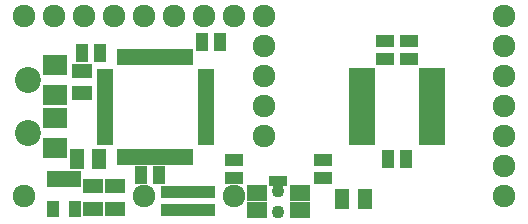
<source format=gbr>
G04 #@! TF.FileFunction,Soldermask,Top*
%FSLAX46Y46*%
G04 Gerber Fmt 4.6, Leading zero omitted, Abs format (unit mm)*
G04 Created by KiCad (PCBNEW 4.0.2+dfsg1-stable) date jeu. 11 mai 2017 22:37:16 CEST*
%MOMM*%
G01*
G04 APERTURE LIST*
%ADD10C,0.100000*%
%ADD11R,1.289000X1.797000*%
%ADD12R,1.797000X1.289000*%
%ADD13R,1.101040X1.400760*%
%ADD14R,1.400000X0.900000*%
%ADD15R,0.900000X1.400000*%
%ADD16R,1.035000X1.543000*%
%ADD17C,1.924000*%
%ADD18R,1.543000X1.035000*%
%ADD19R,2.180540X0.704800*%
%ADD20R,2.180540X0.699720*%
%ADD21C,2.200000*%
%ADD22R,2.100000X1.700000*%
%ADD23R,1.800000X1.450000*%
%ADD24R,1.500000X0.850000*%
%ADD25C,1.100000*%
G04 APERTURE END LIST*
D10*
D11*
X131635500Y-88963500D03*
X133540500Y-88963500D03*
D12*
X134874000Y-91249500D03*
X134874000Y-93154500D03*
X133032500Y-93154500D03*
X133032500Y-91249500D03*
D13*
X131508500Y-93154500D03*
X129603500Y-93154500D03*
X129603500Y-90614500D03*
X130556000Y-90614500D03*
X131508500Y-90614500D03*
D14*
X142553000Y-87318500D03*
X142553000Y-86518500D03*
X142553000Y-85718500D03*
X142553000Y-84918500D03*
X142553000Y-84118500D03*
X142553000Y-83318500D03*
X142553000Y-82518500D03*
X142553000Y-81718500D03*
D15*
X141103000Y-80268500D03*
X140303000Y-80268500D03*
X139503000Y-80268500D03*
X138703000Y-80268500D03*
X137903000Y-80268500D03*
X137103000Y-80268500D03*
X136303000Y-80268500D03*
X135503000Y-80268500D03*
D14*
X134053000Y-81718500D03*
X134053000Y-82518500D03*
X134053000Y-83318500D03*
X134053000Y-84118500D03*
X134053000Y-84918500D03*
X134053000Y-85718500D03*
X134053000Y-86518500D03*
X134053000Y-87318500D03*
D15*
X135503000Y-88768500D03*
X136303000Y-88768500D03*
X137103000Y-88768500D03*
X137903000Y-88768500D03*
X138703000Y-88768500D03*
X139503000Y-88768500D03*
X140303000Y-88768500D03*
X141103000Y-88768500D03*
D16*
X138620500Y-90297000D03*
X137096500Y-90297000D03*
D17*
X137340000Y-92075000D03*
D18*
X139509500Y-91757500D03*
X139509500Y-93281500D03*
X142557500Y-91757500D03*
X142557500Y-93281500D03*
X141033500Y-91757500D03*
X141033500Y-93281500D03*
D17*
X127180000Y-92075000D03*
X127180000Y-76835000D03*
X144960000Y-92075000D03*
X132260000Y-76835000D03*
X129720000Y-76835000D03*
X134800000Y-76835000D03*
X137340000Y-76835000D03*
X144960000Y-76835000D03*
X147500000Y-76835000D03*
X142420000Y-76835000D03*
X139880000Y-76835000D03*
X147500000Y-79375000D03*
X147500000Y-81915000D03*
X147500000Y-84455000D03*
X147500000Y-86995000D03*
D16*
X142240000Y-78994000D03*
X143764000Y-78994000D03*
D17*
X167820000Y-76835000D03*
X167820000Y-79375000D03*
X167820000Y-81915000D03*
X167820000Y-84455000D03*
X167820000Y-86995000D03*
X167820000Y-89535000D03*
D19*
X155780740Y-82225000D03*
X155780740Y-82875000D03*
X155780740Y-83525000D03*
X155780740Y-84175000D03*
X155780740Y-84825000D03*
X155780740Y-85475000D03*
X155780740Y-86125000D03*
X155780740Y-86775000D03*
D20*
X161719260Y-86775000D03*
X161719260Y-86125000D03*
X161719260Y-85475000D03*
X161719260Y-84825000D03*
X161719260Y-84175000D03*
X161719260Y-83525000D03*
X161719260Y-82875000D03*
X161719260Y-82225000D03*
D19*
X155778200Y-81575000D03*
X155778200Y-87425000D03*
X161719260Y-87425000D03*
D20*
X161719260Y-81575000D03*
D17*
X167820000Y-92075000D03*
D18*
X157759400Y-80467200D03*
X157759400Y-78943200D03*
D16*
X157988000Y-88925400D03*
X159512000Y-88925400D03*
D18*
X159740600Y-80467200D03*
X159740600Y-78943200D03*
X144957800Y-89052400D03*
X144957800Y-90576400D03*
D11*
X154139900Y-92329000D03*
X156044900Y-92329000D03*
D18*
X152527000Y-90576400D03*
X152527000Y-89052400D03*
D21*
X127500000Y-82250000D03*
X127500000Y-86750000D03*
D22*
X129850000Y-81000000D03*
X129850000Y-83500000D03*
X129850000Y-85500000D03*
X129850000Y-88000000D03*
D12*
X132080000Y-81470500D03*
X132080000Y-83375500D03*
D16*
X132080000Y-79971900D03*
X133604000Y-79971900D03*
D23*
X146917000Y-91807200D03*
X150517000Y-91807200D03*
X146917000Y-93257200D03*
X150517000Y-93257200D03*
D24*
X148717000Y-90832200D03*
D25*
X148717000Y-93432200D03*
X148717000Y-91632200D03*
M02*

</source>
